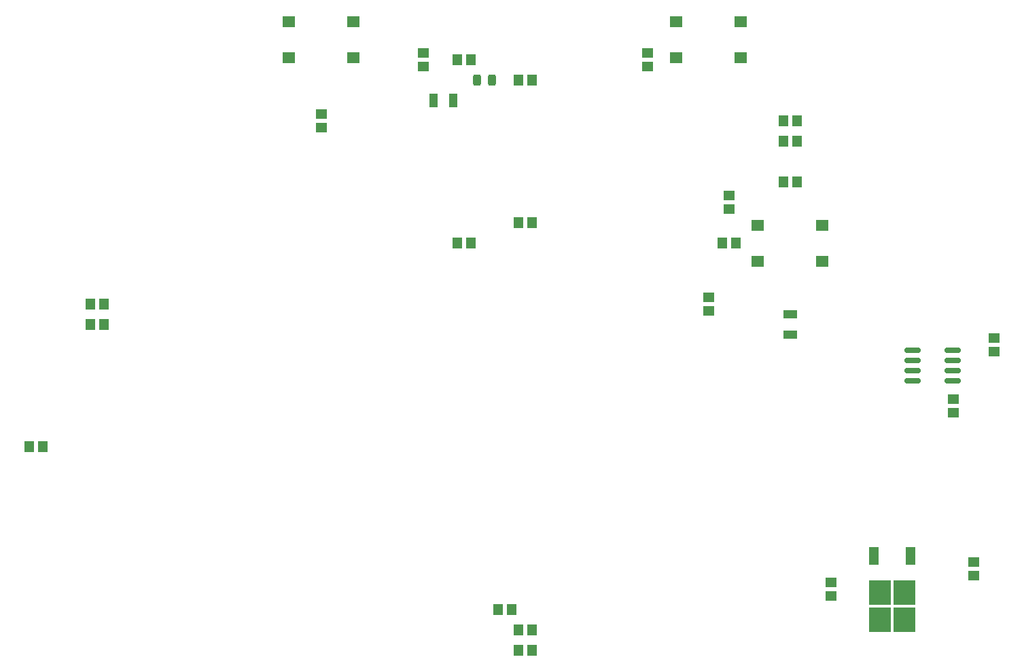
<source format=gbr>
%TF.GenerationSoftware,KiCad,Pcbnew,(6.0.5-0)*%
%TF.CreationDate,2022-07-21T14:46:48-07:00*%
%TF.ProjectId,MartincitoClock,4d617274-696e-4636-9974-6f436c6f636b,rev?*%
%TF.SameCoordinates,PX4b17a20PY8a12ae0*%
%TF.FileFunction,Paste,Top*%
%TF.FilePolarity,Positive*%
%FSLAX46Y46*%
G04 Gerber Fmt 4.6, Leading zero omitted, Abs format (unit mm)*
G04 Created by KiCad (PCBNEW (6.0.5-0)) date 2022-07-21 14:46:48*
%MOMM*%
%LPD*%
G01*
G04 APERTURE LIST*
G04 Aperture macros list*
%AMRoundRect*
0 Rectangle with rounded corners*
0 $1 Rounding radius*
0 $2 $3 $4 $5 $6 $7 $8 $9 X,Y pos of 4 corners*
0 Add a 4 corners polygon primitive as box body*
4,1,4,$2,$3,$4,$5,$6,$7,$8,$9,$2,$3,0*
0 Add four circle primitives for the rounded corners*
1,1,$1+$1,$2,$3*
1,1,$1+$1,$4,$5*
1,1,$1+$1,$6,$7*
1,1,$1+$1,$8,$9*
0 Add four rect primitives between the rounded corners*
20,1,$1+$1,$2,$3,$4,$5,0*
20,1,$1+$1,$4,$5,$6,$7,0*
20,1,$1+$1,$6,$7,$8,$9,0*
20,1,$1+$1,$8,$9,$2,$3,0*%
G04 Aperture macros list end*
%ADD10R,1.150000X1.400000*%
%ADD11RoundRect,0.150000X-0.825000X-0.150000X0.825000X-0.150000X0.825000X0.150000X-0.825000X0.150000X0*%
%ADD12R,1.400000X1.150000*%
%ADD13RoundRect,0.243750X-0.243750X-0.456250X0.243750X-0.456250X0.243750X0.456250X-0.243750X0.456250X0*%
%ADD14R,1.800000X1.000000*%
%ADD15R,1.000000X1.800000*%
%ADD16R,2.750000X3.050000*%
%ADD17R,1.200000X2.200000*%
%ADD18R,1.600000X1.400000*%
G04 APERTURE END LIST*
D10*
%TO.C,C6*%
X112610000Y63500000D03*
X110910000Y63500000D03*
%TD*%
D11*
%TO.C,U10*%
X127065000Y42545000D03*
X127065000Y41275000D03*
X127065000Y40005000D03*
X127065000Y38735000D03*
X132015000Y38735000D03*
X132015000Y40005000D03*
X132015000Y41275000D03*
X132015000Y42545000D03*
%TD*%
D10*
%TO.C,R20*%
X79590000Y76200000D03*
X77890000Y76200000D03*
%TD*%
%TO.C,C16*%
X77890000Y5080000D03*
X79590000Y5080000D03*
%TD*%
%TO.C,C15*%
X24550000Y45720000D03*
X26250000Y45720000D03*
%TD*%
D12*
%TO.C,R7*%
X104140000Y61810000D03*
X104140000Y60110000D03*
%TD*%
D10*
%TO.C,C2*%
X70270000Y55880000D03*
X71970000Y55880000D03*
%TD*%
D12*
%TO.C,R2*%
X53340000Y70270000D03*
X53340000Y71970000D03*
%TD*%
D10*
%TO.C,C9*%
X77890000Y58420000D03*
X79590000Y58420000D03*
%TD*%
D13*
%TO.C,D1*%
X72722500Y76200000D03*
X74597500Y76200000D03*
%TD*%
D14*
%TO.C,Y2*%
X111760000Y44470000D03*
X111760000Y46970000D03*
%TD*%
D10*
%TO.C,C7*%
X71970000Y78740000D03*
X70270000Y78740000D03*
%TD*%
D15*
%TO.C,Y1*%
X69830000Y73660000D03*
X67330000Y73660000D03*
%TD*%
D10*
%TO.C,C14*%
X24550000Y48260000D03*
X26250000Y48260000D03*
%TD*%
D12*
%TO.C,R6*%
X101600000Y49110000D03*
X101600000Y47410000D03*
%TD*%
%TO.C,C8*%
X66040000Y79590000D03*
X66040000Y77890000D03*
%TD*%
D10*
%TO.C,R21*%
X77050000Y10160000D03*
X75350000Y10160000D03*
%TD*%
D16*
%TO.C,U2*%
X125985000Y8925000D03*
X122935000Y8925000D03*
X125985000Y12275000D03*
X122935000Y12275000D03*
D17*
X126740000Y16900000D03*
X122180000Y16900000D03*
%TD*%
D12*
%TO.C,R1*%
X93980000Y79590000D03*
X93980000Y77890000D03*
%TD*%
D18*
%TO.C,SW1*%
X107760000Y58130000D03*
X115760000Y58130000D03*
X107760000Y53630000D03*
X115760000Y53630000D03*
%TD*%
D12*
%TO.C,R17*%
X132080000Y34710000D03*
X132080000Y36410000D03*
%TD*%
D10*
%TO.C,C17*%
X77890000Y7620000D03*
X79590000Y7620000D03*
%TD*%
D18*
%TO.C,SW2*%
X97600000Y83530000D03*
X105600000Y83530000D03*
X97600000Y79030000D03*
X105600000Y79030000D03*
%TD*%
D10*
%TO.C,R5*%
X104990000Y55880000D03*
X103290000Y55880000D03*
%TD*%
%TO.C,R13*%
X112610000Y71120000D03*
X110910000Y71120000D03*
%TD*%
D18*
%TO.C,SW3*%
X49340000Y83530000D03*
X57340000Y83530000D03*
X49340000Y79030000D03*
X57340000Y79030000D03*
%TD*%
D12*
%TO.C,C12*%
X134620000Y14390000D03*
X134620000Y16090000D03*
%TD*%
%TO.C,C1*%
X116840000Y11850000D03*
X116840000Y13550000D03*
%TD*%
D10*
%TO.C,R12*%
X112610000Y68580000D03*
X110910000Y68580000D03*
%TD*%
%TO.C,R10*%
X16930000Y30480000D03*
X18630000Y30480000D03*
%TD*%
D12*
%TO.C,R16*%
X137160000Y44030000D03*
X137160000Y42330000D03*
%TD*%
M02*

</source>
